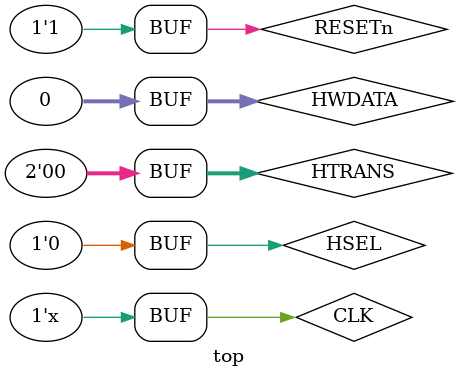
<source format=v>
`timescale 1ns/1ps

module top();
    reg 		CLK = 0;
    wire 		RESETn = 1;
    wire 		RX;
    wire 		TX;
    wire 		irq;
    // only AHB is supported
    wire [31:0]	HADDR;
    wire 		HWRITE;
    wire 		HSEL = 0;
    wire 		HREADYOUT;
    wire [1:0]	HTRANS=0;
    wire [31:0]	HWDATA = 0;
    wire [31:0]	HRDATA;
    wire 		HREADY;
    // spi interface 
    wire        sck;
    wire        ce_n;
    wire [3:0]  din;
    wire [3:0]  dout;
    wire [3:0]  douten;
    // design
    EF_QSPI_XIP_CTRL_AHBL dut(
        .HCLK(CLK), 
        .HRESETn(RESETn), 
        .HADDR(HADDR), 
        .HWRITE(HWRITE), 
        .HSEL(HSEL), 
        .HTRANS(HTRANS), 
        // .HWDATA(HWDATA), 
        .HRDATA(HRDATA), 
        .HREADY(HREADY),
        .HREADYOUT(HREADYOUT),
        .sck(sck),
        .ce_n(ce_n),
        .din(din),
        .dout(dout),
        .douten(douten)
    );
    assign HREADY = HREADYOUT;
    // vip interface 
    wire [3:0] SIO = (douten==4'b1111) ? dout : 4'bzzzz;
    assign din = SIO;
    sst26wf080b vip(
        .SCK(sck),
        .CEb(ce_n),
        .SIO(SIO)
    );
    // alias mem = vip.I0.memory;
    // alias vip_reset = vip.I0.reset;

    `ifndef SKIP_WAVE_DUMP
        initial begin
            $dumpfile ({"waves.vcd"});
            $dumpvars(0, top);
        end
    `endif
    always #10 CLK = !CLK; // clk generator
endmodule
</source>
